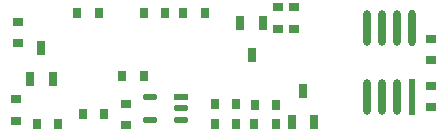
<source format=gbp>
%FSTAX24Y24*%
%MOIN*%
G70*
G01*
G75*
G04 Layer_Color=128*
%ADD10R,0.0807X0.0886*%
%ADD11R,0.0492X0.0630*%
%ADD12R,0.0315X0.0374*%
%ADD13R,0.0374X0.0315*%
%ADD14R,0.0472X0.0256*%
%ADD15R,0.0256X0.0472*%
%ADD16R,0.0630X0.0630*%
%ADD17O,0.0472X0.0217*%
%ADD18R,0.0472X0.0217*%
%ADD19C,0.0100*%
%ADD20R,0.0591X0.0591*%
%ADD21C,0.0591*%
%ADD22C,0.0472*%
%ADD23C,0.0551*%
%ADD24C,0.1575*%
%ADD25C,0.0709*%
%ADD26C,0.0320*%
%ADD27O,0.0236X0.1204*%
%ADD28O,0.0236X0.1200*%
%ADD29R,0.0236X0.1200*%
%ADD30C,0.0197*%
%ADD31C,0.0080*%
%ADD32C,0.0039*%
%ADD33C,0.0079*%
%ADD34C,0.0004*%
%ADD35R,0.0887X0.0966*%
%ADD36R,0.0572X0.0710*%
%ADD37R,0.0395X0.0454*%
%ADD38R,0.0454X0.0395*%
%ADD39R,0.0552X0.0336*%
%ADD40R,0.0336X0.0552*%
%ADD41R,0.0710X0.0710*%
%ADD42O,0.0512X0.0256*%
%ADD43R,0.0512X0.0256*%
%ADD44R,0.0671X0.0671*%
%ADD45C,0.0671*%
%ADD46C,0.0552*%
%ADD47C,0.0631*%
%ADD48C,0.1655*%
%ADD49C,0.0789*%
%ADD50C,0.0400*%
%ADD51O,0.0316X0.1284*%
%ADD52O,0.0316X0.1280*%
%ADD53R,0.0316X0.1280*%
D12*
X23531Y145619D02*
D03*
X236019D02*
D03*
X236204Y14225D02*
D03*
X235496D02*
D03*
X233952Y141928D02*
D03*
X23466D02*
D03*
X239892Y142566D02*
D03*
X2406D02*
D03*
X241225Y142558D02*
D03*
X241934D02*
D03*
X239882Y141926D02*
D03*
X24059D02*
D03*
X241212D02*
D03*
X24192D02*
D03*
X237515Y143523D02*
D03*
X236806D02*
D03*
X239552Y1456D02*
D03*
X238843D02*
D03*
X237524D02*
D03*
X238233D02*
D03*
D13*
X233272Y142027D02*
D03*
Y142735D02*
D03*
X241986Y1458D02*
D03*
Y145092D02*
D03*
X24254Y145804D02*
D03*
Y145096D02*
D03*
X236944Y142588D02*
D03*
Y141879D02*
D03*
X233322Y145314D02*
D03*
Y144606D02*
D03*
X247081Y144753D02*
D03*
Y144044D02*
D03*
X247081Y143188D02*
D03*
Y14248D02*
D03*
D15*
X233736Y143414D02*
D03*
X234484D02*
D03*
X23411Y144459D02*
D03*
X24149Y145268D02*
D03*
X240742D02*
D03*
X241116Y144223D02*
D03*
X242452Y141973D02*
D03*
X2432D02*
D03*
X242826Y143018D02*
D03*
D17*
X238778Y142062D02*
D03*
Y142436D02*
D03*
X237744Y142062D02*
D03*
Y14281D02*
D03*
D18*
X238778Y14281D02*
D03*
D27*
X246454Y145106D02*
D03*
D28*
X244954D02*
D03*
X245954Y142806D02*
D03*
X245454D02*
D03*
X244954D02*
D03*
X245954Y145106D02*
D03*
X245454D02*
D03*
D29*
X246454Y142806D02*
D03*
M02*

</source>
